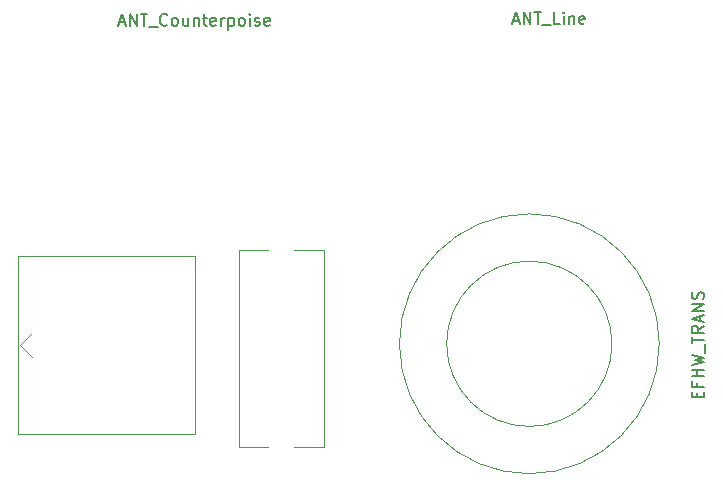
<source format=gbr>
G04 #@! TF.GenerationSoftware,KiCad,Pcbnew,(5.1.4)-1*
G04 #@! TF.CreationDate,2020-08-30T11:13:41+08:00*
G04 #@! TF.ProjectId,EHFW_ANT,45484657-5f41-44e5-942e-6b696361645f,rev?*
G04 #@! TF.SameCoordinates,Original*
G04 #@! TF.FileFunction,Legend,Top*
G04 #@! TF.FilePolarity,Positive*
%FSLAX46Y46*%
G04 Gerber Fmt 4.6, Leading zero omitted, Abs format (unit mm)*
G04 Created by KiCad (PCBNEW (5.1.4)-1) date 2020-08-30 11:13:41*
%MOMM*%
%LPD*%
G04 APERTURE LIST*
%ADD10C,0.120000*%
%ADD11C,0.150000*%
G04 APERTURE END LIST*
D10*
X136020000Y-63230000D02*
X136020000Y-79970000D01*
X128780000Y-63230000D02*
X128780000Y-79970000D01*
X136020000Y-63230000D02*
X133504000Y-63230000D01*
X131296000Y-63230000D02*
X128780000Y-63230000D01*
X136020000Y-79970000D02*
X133504000Y-79970000D01*
X131296000Y-79970000D02*
X128780000Y-79970000D01*
X110300000Y-71300000D02*
X111300000Y-70300000D01*
X110300000Y-71300000D02*
X111300000Y-72300000D01*
X125100000Y-78800000D02*
X110100000Y-78800000D01*
X125100000Y-63800000D02*
X125100000Y-78800000D01*
X110100000Y-63800000D02*
X125100000Y-63800000D01*
X110100000Y-78800000D02*
X110100000Y-63800000D01*
X164400000Y-71200000D02*
G75*
G03X164400000Y-71200000I-11000000J0D01*
G01*
X160400000Y-71200000D02*
G75*
G03X160400000Y-71200000I-7000000J0D01*
G01*
D11*
X167628571Y-75728571D02*
X167628571Y-75395238D01*
X168152380Y-75252380D02*
X168152380Y-75728571D01*
X167152380Y-75728571D01*
X167152380Y-75252380D01*
X167628571Y-74490476D02*
X167628571Y-74823809D01*
X168152380Y-74823809D02*
X167152380Y-74823809D01*
X167152380Y-74347619D01*
X168152380Y-73966666D02*
X167152380Y-73966666D01*
X167628571Y-73966666D02*
X167628571Y-73395238D01*
X168152380Y-73395238D02*
X167152380Y-73395238D01*
X167152380Y-73014285D02*
X168152380Y-72776190D01*
X167438095Y-72585714D01*
X168152380Y-72395238D01*
X167152380Y-72157142D01*
X168247619Y-72014285D02*
X168247619Y-71252380D01*
X167152380Y-71157142D02*
X167152380Y-70585714D01*
X168152380Y-70871428D02*
X167152380Y-70871428D01*
X168152380Y-69680952D02*
X167676190Y-70014285D01*
X168152380Y-70252380D02*
X167152380Y-70252380D01*
X167152380Y-69871428D01*
X167200000Y-69776190D01*
X167247619Y-69728571D01*
X167342857Y-69680952D01*
X167485714Y-69680952D01*
X167580952Y-69728571D01*
X167628571Y-69776190D01*
X167676190Y-69871428D01*
X167676190Y-70252380D01*
X167866666Y-69300000D02*
X167866666Y-68823809D01*
X168152380Y-69395238D02*
X167152380Y-69061904D01*
X168152380Y-68728571D01*
X168152380Y-68395238D02*
X167152380Y-68395238D01*
X168152380Y-67823809D01*
X167152380Y-67823809D01*
X168104761Y-67395238D02*
X168152380Y-67252380D01*
X168152380Y-67014285D01*
X168104761Y-66919047D01*
X168057142Y-66871428D01*
X167961904Y-66823809D01*
X167866666Y-66823809D01*
X167771428Y-66871428D01*
X167723809Y-66919047D01*
X167676190Y-67014285D01*
X167628571Y-67204761D01*
X167580952Y-67300000D01*
X167533333Y-67347619D01*
X167438095Y-67395238D01*
X167342857Y-67395238D01*
X167247619Y-67347619D01*
X167200000Y-67300000D01*
X167152380Y-67204761D01*
X167152380Y-66966666D01*
X167200000Y-66823809D01*
X152019380Y-43829266D02*
X152495571Y-43829266D01*
X151924142Y-44114980D02*
X152257476Y-43114980D01*
X152590809Y-44114980D01*
X152924142Y-44114980D02*
X152924142Y-43114980D01*
X153495571Y-44114980D01*
X153495571Y-43114980D01*
X153828904Y-43114980D02*
X154400333Y-43114980D01*
X154114619Y-44114980D02*
X154114619Y-43114980D01*
X154495571Y-44210219D02*
X155257476Y-44210219D01*
X155971761Y-44114980D02*
X155495571Y-44114980D01*
X155495571Y-43114980D01*
X156305095Y-44114980D02*
X156305095Y-43448314D01*
X156305095Y-43114980D02*
X156257476Y-43162600D01*
X156305095Y-43210219D01*
X156352714Y-43162600D01*
X156305095Y-43114980D01*
X156305095Y-43210219D01*
X156781285Y-43448314D02*
X156781285Y-44114980D01*
X156781285Y-43543552D02*
X156828904Y-43495933D01*
X156924142Y-43448314D01*
X157067000Y-43448314D01*
X157162238Y-43495933D01*
X157209857Y-43591171D01*
X157209857Y-44114980D01*
X158067000Y-44067361D02*
X157971761Y-44114980D01*
X157781285Y-44114980D01*
X157686047Y-44067361D01*
X157638428Y-43972123D01*
X157638428Y-43591171D01*
X157686047Y-43495933D01*
X157781285Y-43448314D01*
X157971761Y-43448314D01*
X158067000Y-43495933D01*
X158114619Y-43591171D01*
X158114619Y-43686409D01*
X157638428Y-43781647D01*
X118688647Y-43981666D02*
X119164838Y-43981666D01*
X118593409Y-44267380D02*
X118926742Y-43267380D01*
X119260076Y-44267380D01*
X119593409Y-44267380D02*
X119593409Y-43267380D01*
X120164838Y-44267380D01*
X120164838Y-43267380D01*
X120498171Y-43267380D02*
X121069600Y-43267380D01*
X120783885Y-44267380D02*
X120783885Y-43267380D01*
X121164838Y-44362619D02*
X121926742Y-44362619D01*
X122736266Y-44172142D02*
X122688647Y-44219761D01*
X122545790Y-44267380D01*
X122450552Y-44267380D01*
X122307695Y-44219761D01*
X122212457Y-44124523D01*
X122164838Y-44029285D01*
X122117219Y-43838809D01*
X122117219Y-43695952D01*
X122164838Y-43505476D01*
X122212457Y-43410238D01*
X122307695Y-43315000D01*
X122450552Y-43267380D01*
X122545790Y-43267380D01*
X122688647Y-43315000D01*
X122736266Y-43362619D01*
X123307695Y-44267380D02*
X123212457Y-44219761D01*
X123164838Y-44172142D01*
X123117219Y-44076904D01*
X123117219Y-43791190D01*
X123164838Y-43695952D01*
X123212457Y-43648333D01*
X123307695Y-43600714D01*
X123450552Y-43600714D01*
X123545790Y-43648333D01*
X123593409Y-43695952D01*
X123641028Y-43791190D01*
X123641028Y-44076904D01*
X123593409Y-44172142D01*
X123545790Y-44219761D01*
X123450552Y-44267380D01*
X123307695Y-44267380D01*
X124498171Y-43600714D02*
X124498171Y-44267380D01*
X124069600Y-43600714D02*
X124069600Y-44124523D01*
X124117219Y-44219761D01*
X124212457Y-44267380D01*
X124355314Y-44267380D01*
X124450552Y-44219761D01*
X124498171Y-44172142D01*
X124974361Y-43600714D02*
X124974361Y-44267380D01*
X124974361Y-43695952D02*
X125021980Y-43648333D01*
X125117219Y-43600714D01*
X125260076Y-43600714D01*
X125355314Y-43648333D01*
X125402933Y-43743571D01*
X125402933Y-44267380D01*
X125736266Y-43600714D02*
X126117219Y-43600714D01*
X125879123Y-43267380D02*
X125879123Y-44124523D01*
X125926742Y-44219761D01*
X126021980Y-44267380D01*
X126117219Y-44267380D01*
X126831504Y-44219761D02*
X126736266Y-44267380D01*
X126545790Y-44267380D01*
X126450552Y-44219761D01*
X126402933Y-44124523D01*
X126402933Y-43743571D01*
X126450552Y-43648333D01*
X126545790Y-43600714D01*
X126736266Y-43600714D01*
X126831504Y-43648333D01*
X126879123Y-43743571D01*
X126879123Y-43838809D01*
X126402933Y-43934047D01*
X127307695Y-44267380D02*
X127307695Y-43600714D01*
X127307695Y-43791190D02*
X127355314Y-43695952D01*
X127402933Y-43648333D01*
X127498171Y-43600714D01*
X127593409Y-43600714D01*
X127926742Y-43600714D02*
X127926742Y-44600714D01*
X127926742Y-43648333D02*
X128021980Y-43600714D01*
X128212457Y-43600714D01*
X128307695Y-43648333D01*
X128355314Y-43695952D01*
X128402933Y-43791190D01*
X128402933Y-44076904D01*
X128355314Y-44172142D01*
X128307695Y-44219761D01*
X128212457Y-44267380D01*
X128021980Y-44267380D01*
X127926742Y-44219761D01*
X128974361Y-44267380D02*
X128879123Y-44219761D01*
X128831504Y-44172142D01*
X128783885Y-44076904D01*
X128783885Y-43791190D01*
X128831504Y-43695952D01*
X128879123Y-43648333D01*
X128974361Y-43600714D01*
X129117219Y-43600714D01*
X129212457Y-43648333D01*
X129260076Y-43695952D01*
X129307695Y-43791190D01*
X129307695Y-44076904D01*
X129260076Y-44172142D01*
X129212457Y-44219761D01*
X129117219Y-44267380D01*
X128974361Y-44267380D01*
X129736266Y-44267380D02*
X129736266Y-43600714D01*
X129736266Y-43267380D02*
X129688647Y-43315000D01*
X129736266Y-43362619D01*
X129783885Y-43315000D01*
X129736266Y-43267380D01*
X129736266Y-43362619D01*
X130164838Y-44219761D02*
X130260076Y-44267380D01*
X130450552Y-44267380D01*
X130545790Y-44219761D01*
X130593409Y-44124523D01*
X130593409Y-44076904D01*
X130545790Y-43981666D01*
X130450552Y-43934047D01*
X130307695Y-43934047D01*
X130212457Y-43886428D01*
X130164838Y-43791190D01*
X130164838Y-43743571D01*
X130212457Y-43648333D01*
X130307695Y-43600714D01*
X130450552Y-43600714D01*
X130545790Y-43648333D01*
X131402933Y-44219761D02*
X131307695Y-44267380D01*
X131117219Y-44267380D01*
X131021980Y-44219761D01*
X130974361Y-44124523D01*
X130974361Y-43743571D01*
X131021980Y-43648333D01*
X131117219Y-43600714D01*
X131307695Y-43600714D01*
X131402933Y-43648333D01*
X131450552Y-43743571D01*
X131450552Y-43838809D01*
X130974361Y-43934047D01*
M02*

</source>
